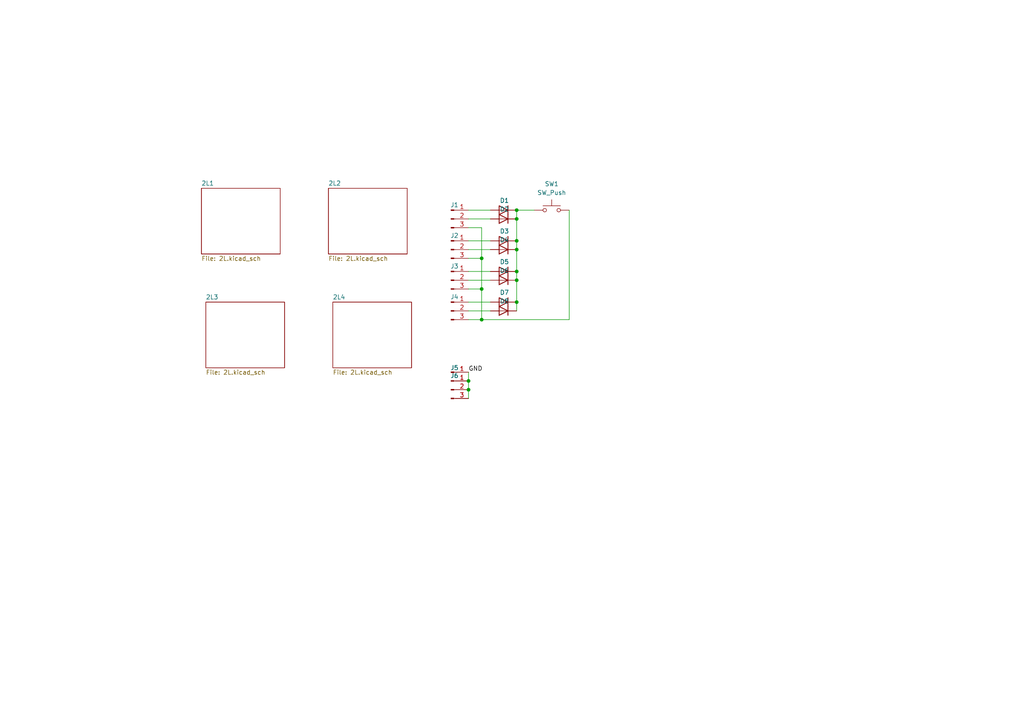
<source format=kicad_sch>
(kicad_sch (version 20250114) (generator "eeschema") (generator_version "9.0")
  (paper "A4")
  (lib_symbols
    (symbol "Connector:Conn_01x01_Pin" (pin_names (offset 1.016) (hide yes))
      (property "Reference" "J" (at 0 2.54 0))
      (property "Value" "Conn_01x01_Pin" (at 0 -2.54 0))
      (symbol "Conn_01x01_Pin_1_1"
        (rectangle (start 0.8636 0.127) (end 0 -0.127) (stroke (width 0.1524)) (fill (type outline)))
        (polyline (pts (xy 1.27 0) (xy 0.8636 0)) (stroke (width 0.1524)))
        (pin passive line (at 5.08 0 180) (length 3.81) (name "Pin_1") (number "1"))
      )
    )
    (symbol "Connector:Conn_01x03_Pin" (pin_names (offset 1.016) (hide yes))
      (property "Reference" "J" (at 0 5.08 0))
      (property "Value" "Conn_01x03_Pin" (at 0 -5.08 0))
      (symbol "Conn_01x03_Pin_1_1"
        (rectangle (start 0.8636 2.667) (end 0 2.413) (stroke (width 0.1524)) (fill (type outline)))
        (rectangle (start 0.8636 0.127) (end 0 -0.127) (stroke (width 0.1524)) (fill (type outline)))
        (rectangle (start 0.8636 -2.413) (end 0 -2.667) (stroke (width 0.1524)) (fill (type outline)))
        (polyline (pts (xy 1.27 2.54) (xy 0.8636 2.54)) (stroke (width 0.1524)))
        (polyline (pts (xy 1.27 0) (xy 0.8636 0)) (stroke (width 0.1524)))
        (polyline (pts (xy 1.27 -2.54) (xy 0.8636 -2.54)) (stroke (width 0.1524)))
        (pin passive line (at 5.08 2.54 180) (length 3.81) (name "Pin_1") (number "1"))
        (pin passive line (at 5.08 0 180) (length 3.81) (name "Pin_2") (number "2"))
        (pin passive line (at 5.08 -2.54 180) (length 3.81) (name "Pin_3") (number "3"))
      )
    )
    (symbol "Diode:1N914" (pin_numbers (hide yes)) (pin_names (hide yes))
      (property "Reference" "D" (at 0 2.54 0))
      (property "Value" "1N914" (at 0 -2.54 0))
      (symbol "1N914_0_1"
        (polyline (pts (xy -1.27 1.27) (xy -1.27 -1.27)) (stroke (width 0.254)))
        (polyline (pts (xy 1.27 1.27) (xy 1.27 -1.27) (xy -1.27 0) (xy 1.27 1.27)) (stroke (width 0.254)))
        (polyline (pts (xy 1.27 0) (xy -1.27 0)))
      )
      (symbol "1N914_1_1"
        (pin passive line (at -3.81 0 0) (length 2.54) (name "K") (number "1"))
        (pin passive line (at 3.81 0 180) (length 2.54) (name "A") (number "2"))
      )
    )
    (symbol "Switch:SW_Push" (pin_numbers (hide yes)) (pin_names (offset 1.016) (hide yes))
      (property "Reference" "SW" (at 1.27 2.54 0))
      (property "Value" "SW_Push" (at 0 -1.524 0))
      (symbol "SW_Push_0_1"
        (circle (center -2.032 0) (radius 0.508))
        (polyline (pts (xy 0 1.27) (xy 0 3.048)))
        (circle (center 2.032 0) (radius 0.508))
        (polyline (pts (xy 2.54 1.27) (xy -2.54 1.27)))
        (pin passive line (at -5.08 0 0) (length 2.54) (name "1") (number "1"))
        (pin passive line (at 5.08 0 180) (length 2.54) (name "2") (number "2"))
      )
    )
  )
  (junction (at 149.86 69.85))
  (junction (at 139.7 74.93))
  (junction (at 139.7 92.71))
  (junction (at 139.7 83.82))
  (junction (at 149.86 63.5))
  (junction (at 135.89 113.03))
  (junction (at 149.86 87.63))
  (junction (at 149.86 72.39))
  (junction (at 149.86 81.28))
  (junction (at 135.89 110.49))
  (junction (at 149.86 60.96))
  (junction (at 149.86 78.74))
  (wire (pts (xy 135.89 87.63) (xy 142.24 87.63)))
  (wire (pts (xy 139.7 92.71) (xy 165.1 92.71)))
  (wire (pts (xy 135.89 83.82) (xy 139.7 83.82)))
  (wire (pts (xy 135.89 107.95) (xy 135.89 110.49)))
  (wire (pts (xy 135.89 63.5) (xy 142.24 63.5)))
  (wire (pts (xy 135.89 72.39) (xy 142.24 72.39)))
  (wire (pts (xy 135.89 110.49) (xy 135.89 113.03)))
  (wire (pts (xy 149.86 81.28) (xy 149.86 87.63)))
  (wire (pts (xy 135.89 90.17) (xy 142.24 90.17)))
  (wire (pts (xy 139.7 66.04) (xy 139.7 74.93)))
  (wire (pts (xy 135.89 113.03) (xy 135.89 115.57)))
  (wire (pts (xy 135.89 92.71) (xy 139.7 92.71)))
  (wire (pts (xy 135.89 78.74) (xy 142.24 78.74)))
  (wire (pts (xy 149.86 60.96) (xy 154.94 60.96)))
  (wire (pts (xy 135.89 60.96) (xy 142.24 60.96)))
  (wire (pts (xy 149.86 63.5) (xy 149.86 69.85)))
  (wire (pts (xy 135.89 69.85) (xy 142.24 69.85)))
  (wire (pts (xy 149.86 60.96) (xy 149.86 63.5)))
  (wire (pts (xy 149.86 78.74) (xy 149.86 81.28)))
  (wire (pts (xy 135.89 74.93) (xy 139.7 74.93)))
  (wire (pts (xy 165.1 60.96) (xy 165.1 92.71)))
  (wire (pts (xy 149.86 87.63) (xy 149.86 90.17)))
  (wire (pts (xy 135.89 66.04) (xy 139.7 66.04)))
  (wire (pts (xy 149.86 69.85) (xy 149.86 72.39)))
  (wire (pts (xy 135.89 81.28) (xy 142.24 81.28)))
  (wire (pts (xy 139.7 74.93) (xy 139.7 83.82)))
  (wire (pts (xy 149.86 72.39) (xy 149.86 78.74)))
  (wire (pts (xy 139.7 83.82) (xy 139.7 92.71)))
  (label "GND" (at 135.89 107.95 0))
  (symbol (lib_id "Switch:SW_Push") (at 160.02 60.96 0) (unit 1)
    (property "Reference" "SW1" (at 160.02 53.34 0))
    (property "Value" "SW_Push" (at 160.02 55.88 0))
    (property "Footprint" "Button_Switch_THT:SW_PUSH_6mm" (effects (hide yes)))
    (property "Description" "Push button switch, generic, two pins" (effects (hide yes)))
  )
  (symbol (lib_id "Diode:1N914") (at 146.05 72.39 180) (unit 1)
    (property "Reference" "D4" (at 146.304 69.596 0))
    (property "Value" "1N914" (effects (hide yes)))
    (property "Footprint" "Diode_THT:D_DO-35_SOD27_P7.62mm_Horizontal" (effects (hide yes)))
    (property "Datasheet" "http://www.vishay.com/docs/85622/1n914.pdf" (effects (hide yes)))
    (property "Description" "100V 0.3A Small Signal Fast Switching Diode, DO-35" (effects (hide yes)))
    (property "Sim.Device" "D" (effects (hide yes)))
    (property "Sim.Pins" "1=K 2=A" (effects (hide yes)))
  )
  (symbol (lib_id "Diode:1N914") (at 146.05 63.5 180) (unit 1)
    (property "Reference" "D2" (at 146.304 60.706 0))
    (property "Value" "1N914" (effects (hide yes)))
    (property "Footprint" "Diode_THT:D_DO-35_SOD27_P7.62mm_Horizontal" (effects (hide yes)))
    (property "Datasheet" "http://www.vishay.com/docs/85622/1n914.pdf" (effects (hide yes)))
    (property "Description" "100V 0.3A Small Signal Fast Switching Diode, DO-35" (effects (hide yes)))
    (property "Sim.Device" "D" (effects (hide yes)))
    (property "Sim.Pins" "1=K 2=A" (effects (hide yes)))
  )
  (symbol (lib_id "Connector:Conn_01x03_Pin") (at 130.81 72.39 0) (unit 1)
    (property "Reference" "J2" (at 131.826 68.326 0))
    (property "Value" "Connector_PinHeader_1.00mm:PinHeader_1x03_P1.00mm_Vertical" (effects (hide yes)))
    (property "Footprint" "Connector_PinHeader_2.54mm:PinHeader_1x03_P2.54mm_Vertical" (effects (hide yes)))
    (property "Description" "Generic connector, single row, 01x03, script generated" (effects (hide yes)))
  )
  (symbol (lib_id "Diode:1N914") (at 146.05 81.28 180) (unit 1)
    (property "Reference" "D6" (at 146.304 78.486 0))
    (property "Value" "1N914" (effects (hide yes)))
    (property "Footprint" "Diode_THT:D_DO-35_SOD27_P7.62mm_Horizontal" (effects (hide yes)))
    (property "Datasheet" "http://www.vishay.com/docs/85622/1n914.pdf" (effects (hide yes)))
    (property "Description" "100V 0.3A Small Signal Fast Switching Diode, DO-35" (effects (hide yes)))
    (property "Sim.Device" "D" (effects (hide yes)))
    (property "Sim.Pins" "1=K 2=A" (effects (hide yes)))
  )
  (symbol (lib_id "Connector:Conn_01x01_Pin") (at 130.81 107.95 0) (unit 1)
    (property "Reference" "J5" (at 131.826 106.68 0))
    (property "Value" "Conn_01x01_Pin" (effects (hide yes)))
    (property "Footprint" "PowerComponentLibrary:Wuerth_REDCUBE-THR_WP-THRSH_74651175_THR" (effects (hide yes)))
    (property "Description" "Generic connector, single row, 01x01, script generated" (effects (hide yes)))
  )
  (symbol (lib_id "Diode:1N914") (at 146.05 90.17 180) (unit 1)
    (property "Reference" "D8" (at 146.304 87.376 0))
    (property "Value" "1N914" (effects (hide yes)))
    (property "Footprint" "Diode_THT:D_DO-35_SOD27_P7.62mm_Horizontal" (effects (hide yes)))
    (property "Datasheet" "http://www.vishay.com/docs/85622/1n914.pdf" (effects (hide yes)))
    (property "Description" "100V 0.3A Small Signal Fast Switching Diode, DO-35" (effects (hide yes)))
    (property "Sim.Device" "D" (effects (hide yes)))
    (property "Sim.Pins" "1=K 2=A" (effects (hide yes)))
  )
  (symbol (lib_id "Connector:Conn_01x03_Pin") (at 130.81 113.03 0) (unit 1)
    (property "Reference" "J6" (at 131.826 108.966 0))
    (property "Value" "Conn_01x03_Pin" (effects (hide yes)))
    (property "Footprint" "Connector_PinHeader_2.54mm:PinHeader_1x03_P2.54mm_Vertical" (effects (hide yes)))
    (property "Description" "Generic connector, single row, 01x03, script generated" (effects (hide yes)))
  )
  (symbol (lib_id "Connector:Conn_01x03_Pin") (at 130.81 63.5 0) (unit 1)
    (property "Reference" "J1" (at 131.826 59.436 0))
    (property "Value" "Conn_01x03_Pin" (effects (hide yes)))
    (property "Footprint" "Connector_PinHeader_2.54mm:PinHeader_1x03_P2.54mm_Vertical" (effects (hide yes)))
    (property "Description" "Generic connector, single row, 01x03, script generated" (effects (hide yes)))
  )
  (symbol (lib_id "Diode:1N914") (at 146.05 87.63 180) (unit 1)
    (property "Reference" "D7" (at 146.304 84.836 0))
    (property "Value" "1N914" (effects (hide yes)))
    (property "Footprint" "Diode_THT:D_DO-35_SOD27_P7.62mm_Horizontal" (effects (hide yes)))
    (property "Datasheet" "http://www.vishay.com/docs/85622/1n914.pdf" (effects (hide yes)))
    (property "Description" "100V 0.3A Small Signal Fast Switching Diode, DO-35" (effects (hide yes)))
    (property "Sim.Device" "D" (effects (hide yes)))
    (property "Sim.Pins" "1=K 2=A" (effects (hide yes)))
  )
  (symbol (lib_id "Connector:Conn_01x03_Pin") (at 130.81 90.17 0) (unit 1)
    (property "Reference" "J4" (at 131.826 86.106 0))
    (property "Value" "Conn_01x03_Pin" (effects (hide yes)))
    (property "Footprint" "Connector_PinHeader_2.54mm:PinHeader_1x03_P2.54mm_Vertical" (effects (hide yes)))
    (property "Description" "Generic connector, single row, 01x03, script generated" (effects (hide yes)))
  )
  (symbol (lib_id "Diode:1N914") (at 146.05 69.85 180) (unit 1)
    (property "Reference" "D3" (at 146.304 67.056 0))
    (property "Value" "1N914" (effects (hide yes)))
    (property "Footprint" "Diode_THT:D_DO-35_SOD27_P7.62mm_Horizontal" (effects (hide yes)))
    (property "Datasheet" "http://www.vishay.com/docs/85622/1n914.pdf" (effects (hide yes)))
    (property "Description" "100V 0.3A Small Signal Fast Switching Diode, DO-35" (effects (hide yes)))
    (property "Sim.Device" "D" (effects (hide yes)))
    (property "Sim.Pins" "1=K 2=A" (effects (hide yes)))
  )
  (symbol (lib_id "Diode:1N914") (at 146.05 78.74 180) (unit 1)
    (property "Reference" "D5" (at 146.304 75.946 0))
    (property "Value" "1N914" (effects (hide yes)))
    (property "Footprint" "Diode_THT:D_DO-35_SOD27_P7.62mm_Horizontal" (effects (hide yes)))
    (property "Datasheet" "http://www.vishay.com/docs/85622/1n914.pdf" (effects (hide yes)))
    (property "Description" "100V 0.3A Small Signal Fast Switching Diode, DO-35" (effects (hide yes)))
    (property "Sim.Device" "D" (effects (hide yes)))
    (property "Sim.Pins" "1=K 2=A" (effects (hide yes)))
  )
  (symbol (lib_id "Connector:Conn_01x03_Pin") (at 130.81 81.28 0) (unit 1)
    (property "Reference" "J3" (at 131.826 77.216 0))
    (property "Value" "Conn_01x03_Pin" (effects (hide yes)))
    (property "Footprint" "Connector_PinHeader_2.54mm:PinHeader_1x03_P2.54mm_Vertical" (effects (hide yes)))
    (property "Description" "Generic connector, single row, 01x03, script generated" (effects (hide yes)))
  )
  (symbol (lib_id "Diode:1N914") (at 146.05 60.96 180) (unit 1)
    (property "Reference" "D1" (at 146.304 58.166 0))
    (property "Value" "1N914" (effects (hide yes)))
    (property "Footprint" "Diode_THT:D_DO-35_SOD27_P7.62mm_Horizontal" (effects (hide yes)))
    (property "Datasheet" "http://www.vishay.com/docs/85622/1n914.pdf" (effects (hide yes)))
    (property "Description" "100V 0.3A Small Signal Fast Switching Diode, DO-35" (effects (hide yes)))
    (property "Sim.Device" "D" (effects (hide yes)))
    (property "Sim.Pins" "1=K 2=A" (effects (hide yes)))
  )
  (sheet (at 58.42 54.61) (size 22.86 19.05) (stroke (width 0.1524))
    (property "Sheetname" "2L1" (at 58.42 53.8984 0) (effects (justify left bottom)))
    (property "Sheetfile" "2L.kicad_sch" (at 58.42 74.2446 0) (effects (justify left top)))
  )
  (sheet (at 95.25 54.61) (size 22.86 19.05) (stroke (width 0.1524))
    (property "Sheetname" "2L2" (at 95.25 53.8984 0) (effects (justify left bottom)))
    (property "Sheetfile" "2L.kicad_sch" (at 95.25 74.2446 0) (effects (justify left top)))
  )
  (sheet (at 96.52 87.63) (size 22.86 19.05) (stroke (width 0.1524))
    (property "Sheetname" "2L4" (at 96.52 86.9184 0) (effects (justify left bottom)))
    (property "Sheetfile" "2L.kicad_sch" (at 96.52 107.2646 0) (effects (justify left top)))
  )
  (sheet (at 59.69 87.63) (size 22.86 19.05) (stroke (width 0.1524))
    (property "Sheetname" "2L3" (at 59.69 86.9184 0) (effects (justify left bottom)))
    (property "Sheetfile" "2L.kicad_sch" (at 59.69 107.2646 0) (effects (justify left top)))
  )
)
</source>
